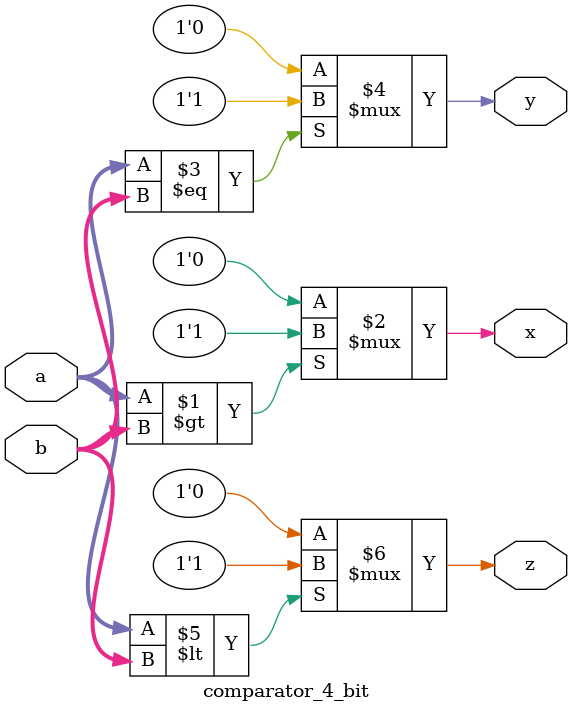
<source format=v>
`timescale 1ns / 1ps


module comparator_4_bit(a,b,x,y,z);
input[3:0] a,b;
output x,y,z;
wire x,y,z;

assign x=(a>b) ? 1'b1 : 1'b0;
assign y=(a==b) ? 1'b1 : 1'b0;
assign z=(a<b) ? 1'b1 : 1'b0;

endmodule

</source>
